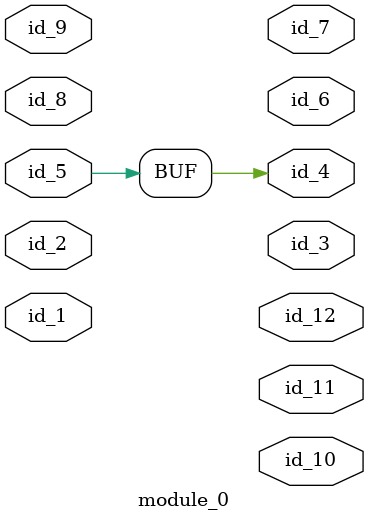
<source format=v>
module module_0 (
    id_1,
    id_2,
    id_3,
    id_4,
    id_5,
    id_6,
    id_7,
    id_8,
    id_9,
    id_10,
    id_11,
    id_12
);
  output id_12;
  output id_11;
  output id_10;
  input id_9;
  input id_8;
  output id_7;
  output id_6;
  inout id_5;
  output id_4;
  output id_3;
  input id_2;
  input id_1;
  assign id_4 = id_5;
endmodule

</source>
